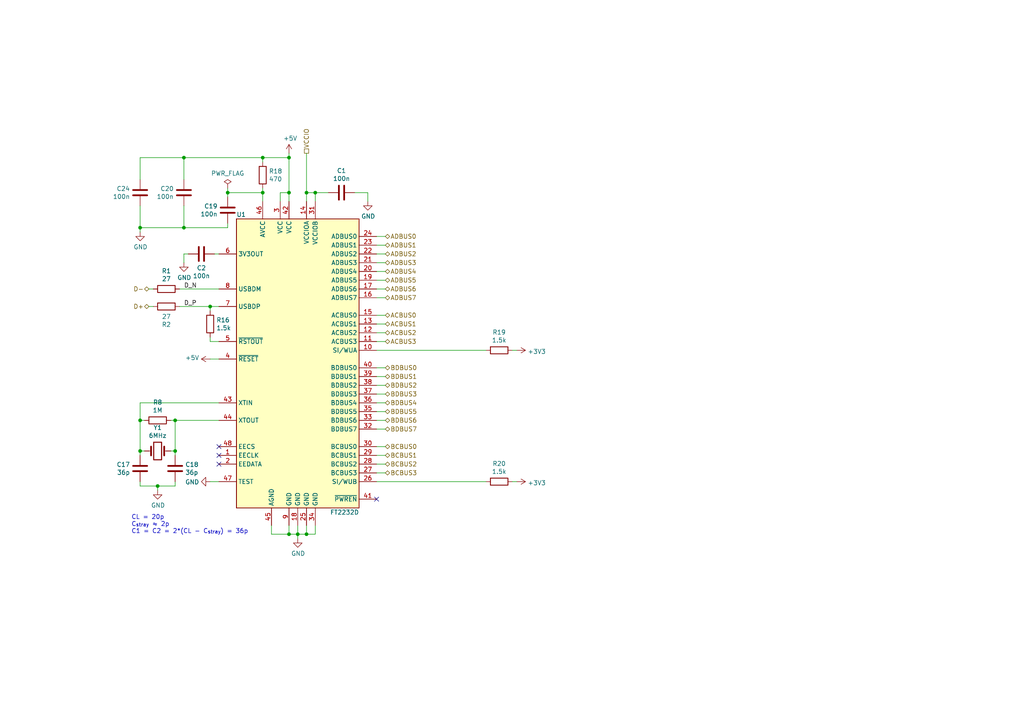
<source format=kicad_sch>
(kicad_sch (version 20200714) (host eeschema "(5.99.0-2360-g1790c536e)")
  (page 1 5)
  (paper "A4")
  (title_block (date "2020-08-29"))
  (lib_symbols
    (symbol "Device:C" (pin_numbers hide) (pin_names (offset 0.254))
      (property "Reference" "C" (at 0.635 2.54 0))
      (property "Value" "C" (at 0.635 -2.54 0))
      (symbol "C_0_1"
        (polyline (pts (xy -2.032 -0.762) (xy 2.032 -0.762)) (stroke (width 0.508)))
        (polyline (pts (xy -2.032 0.762) (xy 2.032 0.762)) (stroke (width 0.508)))
      )
      (symbol "C_1_1"
        (pin passive line (at 0 3.81 270) (length 2.794) (name "~") (number "1"))
        (pin passive line (at 0 -3.81 90) (length 2.794) (name "~") (number "2"))
      )
    )
    (symbol "Device:Crystal" (pin_numbers hide) (pin_names hide)
      (property "Reference" "Y" (at 0 3.81 0))
      (property "Value" "Crystal" (at 0 -3.81 0))
      (symbol "Crystal_0_1"
        (rectangle (start -1.143 2.54) (end 1.143 -2.54) (stroke (width 0.3048)))
        (polyline (pts (xy -2.54 0) (xy -1.905 0)))
        (polyline (pts (xy -1.905 -1.27) (xy -1.905 1.27)) (stroke (width 0.508)))
        (polyline (pts (xy 1.905 -1.27) (xy 1.905 1.27)) (stroke (width 0.508)))
        (polyline (pts (xy 2.54 0) (xy 1.905 0)))
      )
      (symbol "Crystal_1_1"
        (pin passive line (at -3.81 0 0) (length 1.27) (name "1") (number "1"))
        (pin passive line (at 3.81 0 180) (length 1.27) (name "2") (number "2"))
      )
    )
    (symbol "Device:R" (pin_numbers hide) (pin_names (offset 0))
      (property "Reference" "R" (at 2.032 0 90))
      (property "Value" "R" (at 0 0 90))
      (symbol "R_0_1"
        (rectangle (start -1.016 -2.54) (end 1.016 2.54) (stroke (width 0.254)))
      )
      (symbol "R_1_1"
        (pin passive line (at 0 3.81 270) (length 1.27) (name "~") (number "1"))
        (pin passive line (at 0 -3.81 90) (length 1.27) (name "~") (number "2"))
      )
    )
    (symbol "Interface_USB:FT2232D"
      (property "Reference" "U" (at -16.51 44.45 0))
      (property "Value" "FT2232D" (at 13.97 44.45 0))
      (symbol "FT2232D_0_1"
        (rectangle (start -17.78 -40.64) (end 17.78 43.18) (stroke (width 0.254)) (fill (type background)))
      )
      (symbol "FT2232D_1_1"
        (pin output line (at -22.86 -25.4 0) (length 5.08) (name "EECLK") (number "1"))
        (pin bidirectional line (at 22.86 5.08 180) (length 5.08) (name "SI/WUA") (number "10"))
        (pin bidirectional line (at 22.86 7.62 180) (length 5.08) (name "ACBUS3") (number "11"))
        (pin bidirectional line (at 22.86 10.16 180) (length 5.08) (name "ACBUS2") (number "12"))
        (pin bidirectional line (at 22.86 12.7 180) (length 5.08) (name "ACBUS1") (number "13"))
        (pin power_in line (at 2.54 48.26 270) (length 5.08) (name "VCCIOA") (number "14"))
        (pin bidirectional line (at 22.86 15.24 180) (length 5.08) (name "ACBUS0") (number "15"))
        (pin bidirectional line (at 22.86 20.32 180) (length 5.08) (name "ADBUS7") (number "16"))
        (pin bidirectional line (at 22.86 22.86 180) (length 5.08) (name "ADBUS6") (number "17"))
        (pin power_in line (at 0 -45.72 90) (length 5.08) (name "GND") (number "18"))
        (pin bidirectional line (at 22.86 25.4 180) (length 5.08) (name "ADBUS5") (number "19"))
        (pin bidirectional line (at -22.86 -27.94 0) (length 5.08) (name "EEDATA") (number "2"))
        (pin bidirectional line (at 22.86 27.94 180) (length 5.08) (name "ADBUS4") (number "20"))
        (pin bidirectional line (at 22.86 30.48 180) (length 5.08) (name "ADBUS3") (number "21"))
        (pin bidirectional line (at 22.86 33.02 180) (length 5.08) (name "ADBUS2") (number "22"))
        (pin bidirectional line (at 22.86 35.56 180) (length 5.08) (name "ADBUS1") (number "23"))
        (pin bidirectional line (at 22.86 38.1 180) (length 5.08) (name "ADBUS0") (number "24"))
        (pin power_in line (at 2.54 -45.72 90) (length 5.08) (name "GND") (number "25"))
        (pin output line (at 22.86 -33.02 180) (length 5.08) (name "SI/WUB") (number "26"))
        (pin output line (at 22.86 -30.48 180) (length 5.08) (name "BCBUS3") (number "27"))
        (pin output line (at 22.86 -27.94 180) (length 5.08) (name "BCBUS2") (number "28"))
        (pin output line (at 22.86 -25.4 180) (length 5.08) (name "BCBUS1") (number "29"))
        (pin power_in line (at -5.08 48.26 270) (length 5.08) (name "VCC") (number "3"))
        (pin output line (at 22.86 -22.86 180) (length 5.08) (name "BCBUS0") (number "30"))
        (pin power_in line (at 5.08 48.26 270) (length 5.08) (name "VCCIOB") (number "31"))
        (pin output line (at 22.86 -17.78 180) (length 5.08) (name "BDBUS7") (number "32"))
        (pin output line (at 22.86 -15.24 180) (length 5.08) (name "BDBUS6") (number "33"))
        (pin power_in line (at 5.08 -45.72 90) (length 5.08) (name "GND") (number "34"))
        (pin output line (at 22.86 -12.7 180) (length 5.08) (name "BDBUS5") (number "35"))
        (pin output line (at 22.86 -10.16 180) (length 5.08) (name "BDBUS4") (number "36"))
        (pin output line (at 22.86 -7.62 180) (length 5.08) (name "BDBUS3") (number "37"))
        (pin output line (at 22.86 -5.08 180) (length 5.08) (name "BDBUS2") (number "38"))
        (pin output line (at 22.86 -2.54 180) (length 5.08) (name "BDBUS1") (number "39"))
        (pin input line (at -22.86 2.54 0) (length 5.08) (name "~RESET") (number "4"))
        (pin output line (at 22.86 0 180) (length 5.08) (name "BDBUS0") (number "40"))
        (pin output line (at 22.86 -38.1 180) (length 5.08) (name "~PWREN") (number "41"))
        (pin power_in line (at -2.54 48.26 270) (length 5.08) (name "VCC") (number "42"))
        (pin input line (at -22.86 -10.16 0) (length 5.08) (name "XTIN") (number "43"))
        (pin output line (at -22.86 -15.24 0) (length 5.08) (name "XTOUT") (number "44"))
        (pin power_in line (at -7.62 -45.72 90) (length 5.08) (name "AGND") (number "45"))
        (pin power_in line (at -10.16 48.26 270) (length 5.08) (name "AVCC") (number "46"))
        (pin input line (at -22.86 -33.02 0) (length 5.08) (name "TEST") (number "47"))
        (pin bidirectional line (at -22.86 -22.86 0) (length 5.08) (name "EECS") (number "48"))
        (pin output line (at -22.86 7.62 0) (length 5.08) (name "~RSTOUT") (number "5"))
        (pin power_out line (at -22.86 33.02 0) (length 5.08) (name "3V3OUT") (number "6"))
        (pin bidirectional line (at -22.86 17.78 0) (length 5.08) (name "USBDP") (number "7"))
        (pin bidirectional line (at -22.86 22.86 0) (length 5.08) (name "USBDM") (number "8"))
        (pin power_in line (at -2.54 -45.72 90) (length 5.08) (name "GND") (number "9"))
      )
    )
    (symbol "power:+3.3V" (power) (pin_names (offset 0))
      (property "Value" "+3.3V" (at 0 3.556 0))
      (symbol "+3.3V_0_1"
        (polyline (pts (xy -0.762 1.27) (xy 0 2.54)))
        (polyline (pts (xy 0 0) (xy 0 2.54)))
        (polyline (pts (xy 0 2.54) (xy 0.762 1.27)))
      )
      (symbol "+3.3V_1_1"
        (pin power_in line (at 0 0 90) (length 0) hide (name "+3V3") (number "1"))
      )
    )
    (symbol "power:+5V" (power) (pin_names (offset 0))
      (property "Value" "+5V" (at 0 3.556 0))
      (symbol "+5V_0_1"
        (polyline (pts (xy -0.762 1.27) (xy 0 2.54)))
        (polyline (pts (xy 0 0) (xy 0 2.54)))
        (polyline (pts (xy 0 2.54) (xy 0.762 1.27)))
      )
      (symbol "+5V_1_1"
        (pin power_in line (at 0 0 90) (length 0) hide (name "+5V") (number "1"))
      )
    )
    (symbol "power:GND" (power) (pin_names (offset 0))
      (property "Value" "GND" (at 0 -3.81 0))
      (symbol "GND_0_1"
        (polyline (pts (xy 0 0) (xy 0 -1.27) (xy 1.27 -1.27) (xy 0 -2.54) (xy -1.27 -1.27) (xy 0 -1.27)))
      )
      (symbol "GND_1_1"
        (pin power_in line (at 0 0 270) (length 0) hide (name "GND") (number "1"))
      )
    )
    (symbol "power:PWR_FLAG" (power) (pin_numbers hide) (pin_names (offset 0) hide)
      (property "Value" "PWR_FLAG" (at 0 3.81 0))
      (symbol "PWR_FLAG_0_1"
        (polyline (pts (xy 0 0) (xy 0 1.27) (xy -1.016 1.905) (xy 0 2.54) (xy 1.016 1.905) (xy 0 1.27)))
      )
      (symbol "PWR_FLAG_0_0"
        (pin power_out line (at 0 0 90) (length 0) (name "pwr") (number "1"))
      )
    )
  )
  (junction (at 40.64 66.04))
  (junction (at 40.64 121.92))
  (junction (at 40.64 130.81))
  (junction (at 45.72 140.97))
  (junction (at 50.8 121.92))
  (junction (at 50.8 130.81))
  (junction (at 53.34 45.72))
  (junction (at 53.34 66.04))
  (junction (at 60.96 88.9))
  (junction (at 66.04 55.88))
  (junction (at 76.2 45.72))
  (junction (at 76.2 55.88))
  (junction (at 83.82 45.72))
  (junction (at 83.82 55.88))
  (junction (at 83.82 154.94))
  (junction (at 86.36 154.94))
  (junction (at 88.9 55.88))
  (junction (at 88.9 154.94))
  (junction (at 91.44 55.88))
  (no_connect (at 63.5 134.62))
  (no_connect (at 109.22 144.78))
  (no_connect (at 63.5 132.08))
  (no_connect (at 63.5 129.54))
  (wire (pts (xy 40.64 45.72) (xy 53.34 45.72)))
  (wire (pts (xy 40.64 52.07) (xy 40.64 45.72)))
  (wire (pts (xy 40.64 59.69) (xy 40.64 66.04)))
  (wire (pts (xy 40.64 66.04) (xy 40.64 67.31)))
  (wire (pts (xy 40.64 66.04) (xy 53.34 66.04)))
  (wire (pts (xy 40.64 116.84) (xy 40.64 121.92)))
  (wire (pts (xy 40.64 116.84) (xy 63.5 116.84)))
  (wire (pts (xy 40.64 121.92) (xy 40.64 130.81)))
  (wire (pts (xy 40.64 130.81) (xy 40.64 132.08)))
  (wire (pts (xy 40.64 130.81) (xy 41.91 130.81)))
  (wire (pts (xy 40.64 139.7) (xy 40.64 140.97)))
  (wire (pts (xy 40.64 140.97) (xy 45.72 140.97)))
  (wire (pts (xy 41.91 121.92) (xy 40.64 121.92)))
  (wire (pts (xy 43.18 83.82) (xy 44.45 83.82)))
  (wire (pts (xy 43.18 88.9) (xy 44.45 88.9)))
  (wire (pts (xy 45.72 140.97) (xy 45.72 142.24)))
  (wire (pts (xy 45.72 140.97) (xy 50.8 140.97)))
  (wire (pts (xy 49.53 121.92) (xy 50.8 121.92)))
  (wire (pts (xy 49.53 130.81) (xy 50.8 130.81)))
  (wire (pts (xy 50.8 121.92) (xy 50.8 130.81)))
  (wire (pts (xy 50.8 121.92) (xy 63.5 121.92)))
  (wire (pts (xy 50.8 130.81) (xy 50.8 132.08)))
  (wire (pts (xy 50.8 140.97) (xy 50.8 139.7)))
  (wire (pts (xy 52.07 83.82) (xy 63.5 83.82)))
  (wire (pts (xy 52.07 88.9) (xy 60.96 88.9)))
  (wire (pts (xy 53.34 45.72) (xy 53.34 52.07)))
  (wire (pts (xy 53.34 45.72) (xy 76.2 45.72)))
  (wire (pts (xy 53.34 59.69) (xy 53.34 66.04)))
  (wire (pts (xy 53.34 66.04) (xy 66.04 66.04)))
  (wire (pts (xy 53.34 73.66) (xy 53.34 76.2)))
  (wire (pts (xy 54.61 73.66) (xy 53.34 73.66)))
  (wire (pts (xy 60.96 88.9) (xy 60.96 90.17)))
  (wire (pts (xy 60.96 88.9) (xy 63.5 88.9)))
  (wire (pts (xy 60.96 97.79) (xy 60.96 99.06)))
  (wire (pts (xy 60.96 99.06) (xy 63.5 99.06)))
  (wire (pts (xy 60.96 104.14) (xy 63.5 104.14)))
  (wire (pts (xy 60.96 139.7) (xy 63.5 139.7)))
  (wire (pts (xy 62.23 73.66) (xy 63.5 73.66)))
  (wire (pts (xy 66.04 54.61) (xy 66.04 55.88)))
  (wire (pts (xy 66.04 55.88) (xy 66.04 57.15)))
  (wire (pts (xy 66.04 55.88) (xy 76.2 55.88)))
  (wire (pts (xy 66.04 64.77) (xy 66.04 66.04)))
  (wire (pts (xy 76.2 45.72) (xy 76.2 46.99)))
  (wire (pts (xy 76.2 45.72) (xy 83.82 45.72)))
  (wire (pts (xy 76.2 54.61) (xy 76.2 55.88)))
  (wire (pts (xy 76.2 55.88) (xy 76.2 58.42)))
  (wire (pts (xy 78.74 152.4) (xy 78.74 154.94)))
  (wire (pts (xy 78.74 154.94) (xy 83.82 154.94)))
  (wire (pts (xy 81.28 55.88) (xy 83.82 55.88)))
  (wire (pts (xy 81.28 58.42) (xy 81.28 55.88)))
  (wire (pts (xy 83.82 44.45) (xy 83.82 45.72)))
  (wire (pts (xy 83.82 55.88) (xy 83.82 45.72)))
  (wire (pts (xy 83.82 55.88) (xy 83.82 58.42)))
  (wire (pts (xy 83.82 152.4) (xy 83.82 154.94)))
  (wire (pts (xy 83.82 154.94) (xy 86.36 154.94)))
  (wire (pts (xy 86.36 152.4) (xy 86.36 154.94)))
  (wire (pts (xy 86.36 154.94) (xy 86.36 156.21)))
  (wire (pts (xy 86.36 154.94) (xy 88.9 154.94)))
  (wire (pts (xy 88.9 44.45) (xy 88.9 55.88)))
  (wire (pts (xy 88.9 55.88) (xy 88.9 58.42)))
  (wire (pts (xy 88.9 55.88) (xy 91.44 55.88)))
  (wire (pts (xy 88.9 152.4) (xy 88.9 154.94)))
  (wire (pts (xy 88.9 154.94) (xy 91.44 154.94)))
  (wire (pts (xy 91.44 55.88) (xy 91.44 58.42)))
  (wire (pts (xy 91.44 55.88) (xy 95.25 55.88)))
  (wire (pts (xy 91.44 152.4) (xy 91.44 154.94)))
  (wire (pts (xy 102.87 55.88) (xy 106.68 55.88)))
  (wire (pts (xy 106.68 55.88) (xy 106.68 58.42)))
  (wire (pts (xy 109.22 68.58) (xy 111.76 68.58)))
  (wire (pts (xy 109.22 71.12) (xy 111.76 71.12)))
  (wire (pts (xy 109.22 73.66) (xy 111.76 73.66)))
  (wire (pts (xy 109.22 76.2) (xy 111.76 76.2)))
  (wire (pts (xy 109.22 78.74) (xy 111.76 78.74)))
  (wire (pts (xy 109.22 81.28) (xy 111.76 81.28)))
  (wire (pts (xy 109.22 83.82) (xy 111.76 83.82)))
  (wire (pts (xy 109.22 86.36) (xy 111.76 86.36)))
  (wire (pts (xy 109.22 91.44) (xy 111.76 91.44)))
  (wire (pts (xy 109.22 93.98) (xy 111.76 93.98)))
  (wire (pts (xy 109.22 96.52) (xy 111.76 96.52)))
  (wire (pts (xy 109.22 99.06) (xy 111.76 99.06)))
  (wire (pts (xy 109.22 101.6) (xy 140.97 101.6)))
  (wire (pts (xy 109.22 106.68) (xy 111.76 106.68)))
  (wire (pts (xy 109.22 109.22) (xy 111.76 109.22)))
  (wire (pts (xy 109.22 111.76) (xy 111.76 111.76)))
  (wire (pts (xy 109.22 114.3) (xy 111.76 114.3)))
  (wire (pts (xy 109.22 116.84) (xy 111.76 116.84)))
  (wire (pts (xy 109.22 119.38) (xy 111.76 119.38)))
  (wire (pts (xy 109.22 121.92) (xy 111.76 121.92)))
  (wire (pts (xy 109.22 124.46) (xy 111.76 124.46)))
  (wire (pts (xy 109.22 129.54) (xy 111.76 129.54)))
  (wire (pts (xy 109.22 132.08) (xy 111.76 132.08)))
  (wire (pts (xy 109.22 134.62) (xy 111.76 134.62)))
  (wire (pts (xy 109.22 137.16) (xy 111.76 137.16)))
  (wire (pts (xy 109.22 139.7) (xy 140.97 139.7)))
  (wire (pts (xy 148.59 101.6) (xy 149.86 101.6)))
  (wire (pts (xy 148.59 139.7) (xy 149.86 139.7)))
  (text "CL = 20p\nC_{stray} ≈ 2p\nC1 = C2 = 2*(CL - C_{stray}) = 36p\n" (at 38.1 154.94 0) (effects (font (size 1.27 1.27)) (justify left bottom)))
  (label "D_N" (at 53.34 83.82 0))
  (label "D_P" (at 53.34 88.9 0))
  (hierarchical_label "D-" (shape bidirectional) (at 43.18 83.82 180))
  (hierarchical_label "D+" (shape bidirectional) (at 43.18 88.9 180))
  (hierarchical_label "VCCIO" (shape passive) (at 88.9 44.45 90))
  (hierarchical_label "ADBUS0" (shape bidirectional) (at 111.76 68.58 0))
  (hierarchical_label "ADBUS1" (shape bidirectional) (at 111.76 71.12 0))
  (hierarchical_label "ADBUS2" (shape bidirectional) (at 111.76 73.66 0))
  (hierarchical_label "ADBUS3" (shape bidirectional) (at 111.76 76.2 0))
  (hierarchical_label "ADBUS4" (shape bidirectional) (at 111.76 78.74 0))
  (hierarchical_label "ADBUS5" (shape bidirectional) (at 111.76 81.28 0))
  (hierarchical_label "ADBUS6" (shape bidirectional) (at 111.76 83.82 0))
  (hierarchical_label "ADBUS7" (shape bidirectional) (at 111.76 86.36 0))
  (hierarchical_label "ACBUS0" (shape bidirectional) (at 111.76 91.44 0))
  (hierarchical_label "ACBUS1" (shape bidirectional) (at 111.76 93.98 0))
  (hierarchical_label "ACBUS2" (shape bidirectional) (at 111.76 96.52 0))
  (hierarchical_label "ACBUS3" (shape bidirectional) (at 111.76 99.06 0))
  (hierarchical_label "BDBUS0" (shape bidirectional) (at 111.76 106.68 0))
  (hierarchical_label "BDBUS1" (shape bidirectional) (at 111.76 109.22 0))
  (hierarchical_label "BDBUS2" (shape bidirectional) (at 111.76 111.76 0))
  (hierarchical_label "BDBUS3" (shape bidirectional) (at 111.76 114.3 0))
  (hierarchical_label "BDBUS4" (shape bidirectional) (at 111.76 116.84 0))
  (hierarchical_label "BDBUS5" (shape bidirectional) (at 111.76 119.38 0))
  (hierarchical_label "BDBUS6" (shape bidirectional) (at 111.76 121.92 0))
  (hierarchical_label "BDBUS7" (shape bidirectional) (at 111.76 124.46 0))
  (hierarchical_label "BCBUS0" (shape bidirectional) (at 111.76 129.54 0))
  (hierarchical_label "BCBUS1" (shape bidirectional) (at 111.76 132.08 0))
  (hierarchical_label "BCBUS2" (shape bidirectional) (at 111.76 134.62 0))
  (hierarchical_label "BCBUS3" (shape bidirectional) (at 111.76 137.16 0))
  (symbol (lib_id "power:PWR_FLAG") (at 66.04 54.61 0) (unit 1)
    (property "Reference" "#FLG0106" (effects hide))
    (property "Value" "PWR_FLAG" (at 66.04 50.2856 0))
  )
  (symbol (lib_id "power:+5V") (at 60.96 104.14 90) (unit 1)
    (property "Reference" "#PWR0114" (effects hide))
    (property "Value" "+5V" (at 57.785 103.7717 90) (effects (justify left)))
  )
  (symbol (lib_id "power:+5V") (at 83.82 44.45 0) (unit 1)
    (property "Reference" "#PWR0116" (effects hide))
    (property "Value" "+5V" (at 84.1883 40.1256 0))
  )
  (symbol (lib_id "power:+3.3V") (at 149.86 101.6 270) (unit 1)
    (property "Reference" "#PWR0122" (effects hide))
    (property "Value" "+3.3V" (at 153.0351 101.9683 90) (effects (justify left)))
  )
  (symbol (lib_id "power:+3.3V") (at 149.86 139.7 270) (unit 1)
    (property "Reference" "#PWR0148" (effects hide))
    (property "Value" "+3.3V" (at 153.0351 140.0683 90) (effects (justify left)))
  )
  (symbol (lib_id "power:GND") (at 40.64 67.31 0) (unit 1)
    (property "Reference" "#PWR0113" (effects hide))
    (property "Value" "GND" (at 40.7543 71.6344 0))
  )
  (symbol (lib_id "power:GND") (at 45.72 142.24 0) (unit 1)
    (property "Reference" "#PWR0111" (effects hide))
    (property "Value" "GND" (at 45.8343 146.5644 0))
  )
  (symbol (lib_id "power:GND") (at 53.34 76.2 0) (unit 1)
    (property "Reference" "#PWR0115" (effects hide))
    (property "Value" "GND" (at 53.4543 80.5244 0))
  )
  (symbol (lib_id "power:GND") (at 60.96 139.7 270) (unit 1)
    (property "Reference" "#PWR0110" (effects hide))
    (property "Value" "GND" (at 57.785 139.8143 90) (effects (justify right)))
  )
  (symbol (lib_id "power:GND") (at 86.36 156.21 0) (unit 1)
    (property "Reference" "#PWR0112" (effects hide))
    (property "Value" "GND" (at 86.4743 160.5344 0))
  )
  (symbol (lib_id "power:GND") (at 106.68 58.42 0) (unit 1)
    (property "Reference" "#PWR0120" (effects hide))
    (property "Value" "GND" (at 106.7943 62.7444 0))
  )
  (symbol (lib_id "Device:R") (at 45.72 121.92 90) (unit 1)
    (property "Reference" "R8" (at 45.72 116.6938 90))
    (property "Value" "1M" (at 45.72 118.993 90))
    (property "Footprint" "Resistor_SMD:R_0603_1608Metric_Icon" (effects hide))
  )
  (symbol (lib_id "Device:R") (at 48.26 83.82 270) (mirror x) (unit 1)
    (property "Reference" "R1" (at 48.26 78.5938 90))
    (property "Value" "27" (at 48.26 80.893 90))
    (property "Footprint" "Resistor_SMD:R_0603_1608Metric_Icon" (effects hide))
  )
  (symbol (lib_id "Device:R") (at 48.26 88.9 90) (mirror x) (unit 1)
    (property "Reference" "R2" (at 48.26 94.1262 90))
    (property "Value" "27" (at 48.26 91.827 90))
    (property "Footprint" "Resistor_SMD:R_0603_1608Metric_Icon" (effects hide))
  )
  (symbol (lib_id "Device:R") (at 60.96 93.98 180) (unit 1)
    (property "Reference" "R16" (at 62.7381 92.8306 0) (effects (justify right)))
    (property "Value" "1.5k" (at 62.738 95.129 0) (effects (justify right)))
    (property "Footprint" "Resistor_SMD:R_0603_1608Metric_Icon" (effects hide))
  )
  (symbol (lib_id "Device:R") (at 76.2 50.8 180) (unit 1)
    (property "Reference" "R18" (at 77.9781 49.6506 0) (effects (justify right)))
    (property "Value" "470" (at 77.9781 51.9493 0) (effects (justify right)))
    (property "Footprint" "Resistor_SMD:R_0603_1608Metric_Icon" (effects hide))
  )
  (symbol (lib_id "Device:R") (at 144.78 101.6 270) (unit 1)
    (property "Reference" "R19" (at 144.78 96.3738 90))
    (property "Value" "1.5k" (at 144.78 98.6725 90))
    (property "Footprint" "Resistor_SMD:R_0603_1608Metric_Icon" (effects hide))
  )
  (symbol (lib_id "Device:R") (at 144.78 139.7 270) (unit 1)
    (property "Reference" "R20" (at 144.78 134.4738 90))
    (property "Value" "1.5k" (at 144.78 136.7725 90))
    (property "Footprint" "Resistor_SMD:R_0603_1608Metric_Icon" (effects hide))
  )
  (symbol (lib_id "Device:C") (at 40.64 55.88 180) (unit 1)
    (property "Reference" "C24" (at 37.7189 54.7306 0) (effects (justify left)))
    (property "Value" "100n" (at 37.7189 57.0293 0) (effects (justify left)))
    (property "Footprint" "Capacitor_SMD:C_0603_1608Metric_Icon" (effects hide))
  )
  (symbol (lib_id "Device:C") (at 40.64 135.89 0) (mirror x) (unit 1)
    (property "Reference" "C17" (at 37.7189 134.7406 0) (effects (justify right)))
    (property "Value" "36p" (at 37.7189 137.0393 0) (effects (justify right)))
    (property "Footprint" "Capacitor_SMD:C_0603_1608Metric_Icon" (effects hide))
  )
  (symbol (lib_id "Device:C") (at 50.8 135.89 0) (mirror x) (unit 1)
    (property "Reference" "C18" (at 53.7211 134.7406 0) (effects (justify left)))
    (property "Value" "36p" (at 53.721 137.039 0) (effects (justify left)))
    (property "Footprint" "Capacitor_SMD:C_0603_1608Metric_Icon" (effects hide))
  )
  (symbol (lib_id "Device:C") (at 53.34 55.88 180) (unit 1)
    (property "Reference" "C20" (at 50.4189 54.7306 0) (effects (justify left)))
    (property "Value" "100n" (at 50.4189 57.0293 0) (effects (justify left)))
    (property "Footprint" "Capacitor_SMD:C_0603_1608Metric_Icon" (effects hide))
  )
  (symbol (lib_id "Device:C") (at 58.42 73.66 270) (unit 1)
    (property "Reference" "C2" (at 58.42 77.7304 90))
    (property "Value" "100n" (at 58.42 80.0291 90))
    (property "Footprint" "Capacitor_SMD:C_0603_1608Metric_Icon" (effects hide))
  )
  (symbol (lib_id "Device:C") (at 66.04 60.96 180) (unit 1)
    (property "Reference" "C19" (at 63.1189 59.8106 0) (effects (justify left)))
    (property "Value" "100n" (at 63.1189 62.1093 0) (effects (justify left)))
    (property "Footprint" "Capacitor_SMD:C_0603_1608Metric_Icon" (effects hide))
  )
  (symbol (lib_id "Device:C") (at 99.06 55.88 90) (unit 1)
    (property "Reference" "C1" (at 99.06 49.5108 90))
    (property "Value" "100n" (at 99.06 51.8095 90))
    (property "Footprint" "Capacitor_SMD:C_0603_1608Metric_Icon" (effects hide))
  )
  (symbol (lib_id "Device:Crystal") (at 45.72 130.81 0) (unit 1)
    (property "Reference" "Y1" (at 45.72 124.0344 0))
    (property "Value" "6MHz" (at 45.72 126.333 0))
    (property "Footprint" "Crystal:Crystal_SMD_HC49-SD" (effects hide))
    (property "Datasheet" "https://datasheet.lcsc.com/szlcsc/1912111437_ECEC-ZheJiang-E-ast-Crystal-Elec-C06000J058_C279600.pdf" (effects hide))
    (property "MPN" "C06000J058" (effects hide))
  )
  (symbol (lib_id "Interface_USB:FT2232D") (at 86.36 106.68 0) (unit 1)
    (property "Reference" "U1" (at 68.58 62.23 0) (effects (justify left)))
    (property "Value" "FT2232D" (at 104.14 148.59 0) (effects (justify right)))
    (property "Footprint" "Package_QFP:LQFP-48_7x7mm_P0.5mm" (effects hide))
    (property "Datasheet" "http://www.ftdichip.com/Support/Documents/DataSheets/ICs/DS_FT2232D.pdf" (effects hide))
  )
)
</source>
